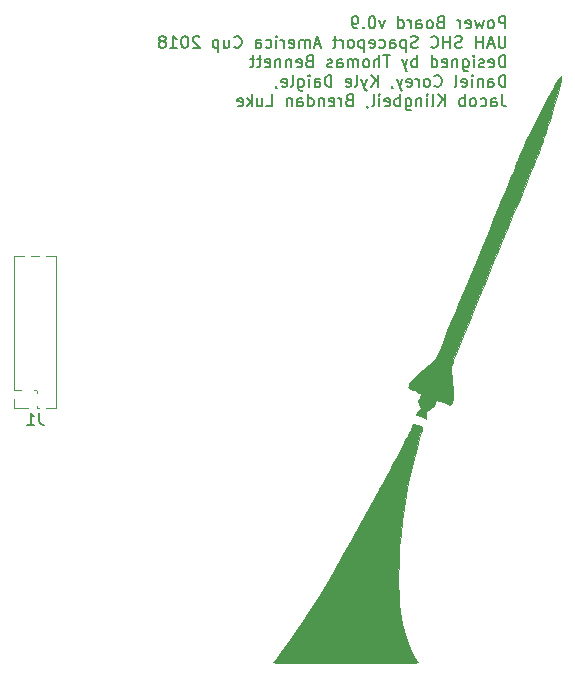
<source format=gbr>
G04 #@! TF.GenerationSoftware,KiCad,Pcbnew,(5.0.0-rc2-dev-185-g935a5ca)*
G04 #@! TF.CreationDate,2018-03-20T09:50:27-05:00*
G04 #@! TF.ProjectId,Power Board,506F77657220426F6172642E6B696361,rev?*
G04 #@! TF.SameCoordinates,Original*
G04 #@! TF.FileFunction,Legend,Bot*
G04 #@! TF.FilePolarity,Positive*
%FSLAX46Y46*%
G04 Gerber Fmt 4.6, Leading zero omitted, Abs format (unit mm)*
G04 Created by KiCad (PCBNEW (5.0.0-rc2-dev-185-g935a5ca)) date Tuesday, March 20, 2018 at 09:50:27 AM*
%MOMM*%
%LPD*%
G01*
G04 APERTURE LIST*
%ADD10C,0.150000*%
%ADD11C,0.120000*%
%ADD12C,0.010000*%
%ADD13O,1.050800X1.050800*%
%ADD14R,1.050800X1.050800*%
%ADD15R,1.650800X1.650800*%
%ADD16C,1.650800*%
%ADD17C,3.250800*%
G04 APERTURE END LIST*
D10*
X239440404Y-86560380D02*
X239440404Y-85560380D01*
X239059452Y-85560380D01*
X238964214Y-85608000D01*
X238916595Y-85655619D01*
X238868976Y-85750857D01*
X238868976Y-85893714D01*
X238916595Y-85988952D01*
X238964214Y-86036571D01*
X239059452Y-86084190D01*
X239440404Y-86084190D01*
X238297547Y-86560380D02*
X238392785Y-86512761D01*
X238440404Y-86465142D01*
X238488023Y-86369904D01*
X238488023Y-86084190D01*
X238440404Y-85988952D01*
X238392785Y-85941333D01*
X238297547Y-85893714D01*
X238154690Y-85893714D01*
X238059452Y-85941333D01*
X238011833Y-85988952D01*
X237964214Y-86084190D01*
X237964214Y-86369904D01*
X238011833Y-86465142D01*
X238059452Y-86512761D01*
X238154690Y-86560380D01*
X238297547Y-86560380D01*
X237630880Y-85893714D02*
X237440404Y-86560380D01*
X237249928Y-86084190D01*
X237059452Y-86560380D01*
X236868976Y-85893714D01*
X236107071Y-86512761D02*
X236202309Y-86560380D01*
X236392785Y-86560380D01*
X236488023Y-86512761D01*
X236535642Y-86417523D01*
X236535642Y-86036571D01*
X236488023Y-85941333D01*
X236392785Y-85893714D01*
X236202309Y-85893714D01*
X236107071Y-85941333D01*
X236059452Y-86036571D01*
X236059452Y-86131809D01*
X236535642Y-86227047D01*
X235630880Y-86560380D02*
X235630880Y-85893714D01*
X235630880Y-86084190D02*
X235583261Y-85988952D01*
X235535642Y-85941333D01*
X235440404Y-85893714D01*
X235345166Y-85893714D01*
X233916595Y-86036571D02*
X233773738Y-86084190D01*
X233726119Y-86131809D01*
X233678500Y-86227047D01*
X233678500Y-86369904D01*
X233726119Y-86465142D01*
X233773738Y-86512761D01*
X233868976Y-86560380D01*
X234249928Y-86560380D01*
X234249928Y-85560380D01*
X233916595Y-85560380D01*
X233821357Y-85608000D01*
X233773738Y-85655619D01*
X233726119Y-85750857D01*
X233726119Y-85846095D01*
X233773738Y-85941333D01*
X233821357Y-85988952D01*
X233916595Y-86036571D01*
X234249928Y-86036571D01*
X233107071Y-86560380D02*
X233202309Y-86512761D01*
X233249928Y-86465142D01*
X233297547Y-86369904D01*
X233297547Y-86084190D01*
X233249928Y-85988952D01*
X233202309Y-85941333D01*
X233107071Y-85893714D01*
X232964214Y-85893714D01*
X232868976Y-85941333D01*
X232821357Y-85988952D01*
X232773738Y-86084190D01*
X232773738Y-86369904D01*
X232821357Y-86465142D01*
X232868976Y-86512761D01*
X232964214Y-86560380D01*
X233107071Y-86560380D01*
X231916595Y-86560380D02*
X231916595Y-86036571D01*
X231964214Y-85941333D01*
X232059452Y-85893714D01*
X232249928Y-85893714D01*
X232345166Y-85941333D01*
X231916595Y-86512761D02*
X232011833Y-86560380D01*
X232249928Y-86560380D01*
X232345166Y-86512761D01*
X232392785Y-86417523D01*
X232392785Y-86322285D01*
X232345166Y-86227047D01*
X232249928Y-86179428D01*
X232011833Y-86179428D01*
X231916595Y-86131809D01*
X231440404Y-86560380D02*
X231440404Y-85893714D01*
X231440404Y-86084190D02*
X231392785Y-85988952D01*
X231345166Y-85941333D01*
X231249928Y-85893714D01*
X231154690Y-85893714D01*
X230392785Y-86560380D02*
X230392785Y-85560380D01*
X230392785Y-86512761D02*
X230488023Y-86560380D01*
X230678500Y-86560380D01*
X230773738Y-86512761D01*
X230821357Y-86465142D01*
X230868976Y-86369904D01*
X230868976Y-86084190D01*
X230821357Y-85988952D01*
X230773738Y-85941333D01*
X230678500Y-85893714D01*
X230488023Y-85893714D01*
X230392785Y-85941333D01*
X229249928Y-85893714D02*
X229011833Y-86560380D01*
X228773738Y-85893714D01*
X228202309Y-85560380D02*
X228107071Y-85560380D01*
X228011833Y-85608000D01*
X227964214Y-85655619D01*
X227916595Y-85750857D01*
X227868976Y-85941333D01*
X227868976Y-86179428D01*
X227916595Y-86369904D01*
X227964214Y-86465142D01*
X228011833Y-86512761D01*
X228107071Y-86560380D01*
X228202309Y-86560380D01*
X228297547Y-86512761D01*
X228345166Y-86465142D01*
X228392785Y-86369904D01*
X228440404Y-86179428D01*
X228440404Y-85941333D01*
X228392785Y-85750857D01*
X228345166Y-85655619D01*
X228297547Y-85608000D01*
X228202309Y-85560380D01*
X227440404Y-86465142D02*
X227392785Y-86512761D01*
X227440404Y-86560380D01*
X227488023Y-86512761D01*
X227440404Y-86465142D01*
X227440404Y-86560380D01*
X226916595Y-86560380D02*
X226726119Y-86560380D01*
X226630880Y-86512761D01*
X226583261Y-86465142D01*
X226488023Y-86322285D01*
X226440404Y-86131809D01*
X226440404Y-85750857D01*
X226488023Y-85655619D01*
X226535642Y-85608000D01*
X226630880Y-85560380D01*
X226821357Y-85560380D01*
X226916595Y-85608000D01*
X226964214Y-85655619D01*
X227011833Y-85750857D01*
X227011833Y-85988952D01*
X226964214Y-86084190D01*
X226916595Y-86131809D01*
X226821357Y-86179428D01*
X226630880Y-86179428D01*
X226535642Y-86131809D01*
X226488023Y-86084190D01*
X226440404Y-85988952D01*
X239440404Y-87210380D02*
X239440404Y-88019904D01*
X239392785Y-88115142D01*
X239345166Y-88162761D01*
X239249928Y-88210380D01*
X239059452Y-88210380D01*
X238964214Y-88162761D01*
X238916595Y-88115142D01*
X238868976Y-88019904D01*
X238868976Y-87210380D01*
X238440404Y-87924666D02*
X237964214Y-87924666D01*
X238535642Y-88210380D02*
X238202309Y-87210380D01*
X237868976Y-88210380D01*
X237535642Y-88210380D02*
X237535642Y-87210380D01*
X237535642Y-87686571D02*
X236964214Y-87686571D01*
X236964214Y-88210380D02*
X236964214Y-87210380D01*
X235773738Y-88162761D02*
X235630880Y-88210380D01*
X235392785Y-88210380D01*
X235297547Y-88162761D01*
X235249928Y-88115142D01*
X235202309Y-88019904D01*
X235202309Y-87924666D01*
X235249928Y-87829428D01*
X235297547Y-87781809D01*
X235392785Y-87734190D01*
X235583261Y-87686571D01*
X235678500Y-87638952D01*
X235726119Y-87591333D01*
X235773738Y-87496095D01*
X235773738Y-87400857D01*
X235726119Y-87305619D01*
X235678500Y-87258000D01*
X235583261Y-87210380D01*
X235345166Y-87210380D01*
X235202309Y-87258000D01*
X234773738Y-88210380D02*
X234773738Y-87210380D01*
X234773738Y-87686571D02*
X234202309Y-87686571D01*
X234202309Y-88210380D02*
X234202309Y-87210380D01*
X233154690Y-88115142D02*
X233202309Y-88162761D01*
X233345166Y-88210380D01*
X233440404Y-88210380D01*
X233583261Y-88162761D01*
X233678500Y-88067523D01*
X233726119Y-87972285D01*
X233773738Y-87781809D01*
X233773738Y-87638952D01*
X233726119Y-87448476D01*
X233678500Y-87353238D01*
X233583261Y-87258000D01*
X233440404Y-87210380D01*
X233345166Y-87210380D01*
X233202309Y-87258000D01*
X233154690Y-87305619D01*
X232011833Y-88162761D02*
X231868976Y-88210380D01*
X231630880Y-88210380D01*
X231535642Y-88162761D01*
X231488023Y-88115142D01*
X231440404Y-88019904D01*
X231440404Y-87924666D01*
X231488023Y-87829428D01*
X231535642Y-87781809D01*
X231630880Y-87734190D01*
X231821357Y-87686571D01*
X231916595Y-87638952D01*
X231964214Y-87591333D01*
X232011833Y-87496095D01*
X232011833Y-87400857D01*
X231964214Y-87305619D01*
X231916595Y-87258000D01*
X231821357Y-87210380D01*
X231583261Y-87210380D01*
X231440404Y-87258000D01*
X231011833Y-87543714D02*
X231011833Y-88543714D01*
X231011833Y-87591333D02*
X230916595Y-87543714D01*
X230726119Y-87543714D01*
X230630880Y-87591333D01*
X230583261Y-87638952D01*
X230535642Y-87734190D01*
X230535642Y-88019904D01*
X230583261Y-88115142D01*
X230630880Y-88162761D01*
X230726119Y-88210380D01*
X230916595Y-88210380D01*
X231011833Y-88162761D01*
X229678500Y-88210380D02*
X229678500Y-87686571D01*
X229726119Y-87591333D01*
X229821357Y-87543714D01*
X230011833Y-87543714D01*
X230107071Y-87591333D01*
X229678500Y-88162761D02*
X229773738Y-88210380D01*
X230011833Y-88210380D01*
X230107071Y-88162761D01*
X230154690Y-88067523D01*
X230154690Y-87972285D01*
X230107071Y-87877047D01*
X230011833Y-87829428D01*
X229773738Y-87829428D01*
X229678500Y-87781809D01*
X228773738Y-88162761D02*
X228868976Y-88210380D01*
X229059452Y-88210380D01*
X229154690Y-88162761D01*
X229202309Y-88115142D01*
X229249928Y-88019904D01*
X229249928Y-87734190D01*
X229202309Y-87638952D01*
X229154690Y-87591333D01*
X229059452Y-87543714D01*
X228868976Y-87543714D01*
X228773738Y-87591333D01*
X227964214Y-88162761D02*
X228059452Y-88210380D01*
X228249928Y-88210380D01*
X228345166Y-88162761D01*
X228392785Y-88067523D01*
X228392785Y-87686571D01*
X228345166Y-87591333D01*
X228249928Y-87543714D01*
X228059452Y-87543714D01*
X227964214Y-87591333D01*
X227916595Y-87686571D01*
X227916595Y-87781809D01*
X228392785Y-87877047D01*
X227488023Y-87543714D02*
X227488023Y-88543714D01*
X227488023Y-87591333D02*
X227392785Y-87543714D01*
X227202309Y-87543714D01*
X227107071Y-87591333D01*
X227059452Y-87638952D01*
X227011833Y-87734190D01*
X227011833Y-88019904D01*
X227059452Y-88115142D01*
X227107071Y-88162761D01*
X227202309Y-88210380D01*
X227392785Y-88210380D01*
X227488023Y-88162761D01*
X226440404Y-88210380D02*
X226535642Y-88162761D01*
X226583261Y-88115142D01*
X226630880Y-88019904D01*
X226630880Y-87734190D01*
X226583261Y-87638952D01*
X226535642Y-87591333D01*
X226440404Y-87543714D01*
X226297547Y-87543714D01*
X226202309Y-87591333D01*
X226154690Y-87638952D01*
X226107071Y-87734190D01*
X226107071Y-88019904D01*
X226154690Y-88115142D01*
X226202309Y-88162761D01*
X226297547Y-88210380D01*
X226440404Y-88210380D01*
X225678500Y-88210380D02*
X225678500Y-87543714D01*
X225678500Y-87734190D02*
X225630880Y-87638952D01*
X225583261Y-87591333D01*
X225488023Y-87543714D01*
X225392785Y-87543714D01*
X225202309Y-87543714D02*
X224821357Y-87543714D01*
X225059452Y-87210380D02*
X225059452Y-88067523D01*
X225011833Y-88162761D01*
X224916595Y-88210380D01*
X224821357Y-88210380D01*
X223773738Y-87924666D02*
X223297547Y-87924666D01*
X223868976Y-88210380D02*
X223535642Y-87210380D01*
X223202309Y-88210380D01*
X222868976Y-88210380D02*
X222868976Y-87543714D01*
X222868976Y-87638952D02*
X222821357Y-87591333D01*
X222726119Y-87543714D01*
X222583261Y-87543714D01*
X222488023Y-87591333D01*
X222440404Y-87686571D01*
X222440404Y-88210380D01*
X222440404Y-87686571D02*
X222392785Y-87591333D01*
X222297547Y-87543714D01*
X222154690Y-87543714D01*
X222059452Y-87591333D01*
X222011833Y-87686571D01*
X222011833Y-88210380D01*
X221154690Y-88162761D02*
X221249928Y-88210380D01*
X221440404Y-88210380D01*
X221535642Y-88162761D01*
X221583261Y-88067523D01*
X221583261Y-87686571D01*
X221535642Y-87591333D01*
X221440404Y-87543714D01*
X221249928Y-87543714D01*
X221154690Y-87591333D01*
X221107071Y-87686571D01*
X221107071Y-87781809D01*
X221583261Y-87877047D01*
X220678500Y-88210380D02*
X220678500Y-87543714D01*
X220678500Y-87734190D02*
X220630880Y-87638952D01*
X220583261Y-87591333D01*
X220488023Y-87543714D01*
X220392785Y-87543714D01*
X220059452Y-88210380D02*
X220059452Y-87543714D01*
X220059452Y-87210380D02*
X220107071Y-87258000D01*
X220059452Y-87305619D01*
X220011833Y-87258000D01*
X220059452Y-87210380D01*
X220059452Y-87305619D01*
X219154690Y-88162761D02*
X219249928Y-88210380D01*
X219440404Y-88210380D01*
X219535642Y-88162761D01*
X219583261Y-88115142D01*
X219630880Y-88019904D01*
X219630880Y-87734190D01*
X219583261Y-87638952D01*
X219535642Y-87591333D01*
X219440404Y-87543714D01*
X219249928Y-87543714D01*
X219154690Y-87591333D01*
X218297547Y-88210380D02*
X218297547Y-87686571D01*
X218345166Y-87591333D01*
X218440404Y-87543714D01*
X218630880Y-87543714D01*
X218726119Y-87591333D01*
X218297547Y-88162761D02*
X218392785Y-88210380D01*
X218630880Y-88210380D01*
X218726119Y-88162761D01*
X218773738Y-88067523D01*
X218773738Y-87972285D01*
X218726119Y-87877047D01*
X218630880Y-87829428D01*
X218392785Y-87829428D01*
X218297547Y-87781809D01*
X216488023Y-88115142D02*
X216535642Y-88162761D01*
X216678500Y-88210380D01*
X216773738Y-88210380D01*
X216916595Y-88162761D01*
X217011833Y-88067523D01*
X217059452Y-87972285D01*
X217107071Y-87781809D01*
X217107071Y-87638952D01*
X217059452Y-87448476D01*
X217011833Y-87353238D01*
X216916595Y-87258000D01*
X216773738Y-87210380D01*
X216678500Y-87210380D01*
X216535642Y-87258000D01*
X216488023Y-87305619D01*
X215630880Y-87543714D02*
X215630880Y-88210380D01*
X216059452Y-87543714D02*
X216059452Y-88067523D01*
X216011833Y-88162761D01*
X215916595Y-88210380D01*
X215773738Y-88210380D01*
X215678500Y-88162761D01*
X215630880Y-88115142D01*
X215154690Y-87543714D02*
X215154690Y-88543714D01*
X215154690Y-87591333D02*
X215059452Y-87543714D01*
X214868976Y-87543714D01*
X214773738Y-87591333D01*
X214726119Y-87638952D01*
X214678500Y-87734190D01*
X214678500Y-88019904D01*
X214726119Y-88115142D01*
X214773738Y-88162761D01*
X214868976Y-88210380D01*
X215059452Y-88210380D01*
X215154690Y-88162761D01*
X213535642Y-87305619D02*
X213488023Y-87258000D01*
X213392785Y-87210380D01*
X213154690Y-87210380D01*
X213059452Y-87258000D01*
X213011833Y-87305619D01*
X212964214Y-87400857D01*
X212964214Y-87496095D01*
X213011833Y-87638952D01*
X213583261Y-88210380D01*
X212964214Y-88210380D01*
X212345166Y-87210380D02*
X212249928Y-87210380D01*
X212154690Y-87258000D01*
X212107071Y-87305619D01*
X212059452Y-87400857D01*
X212011833Y-87591333D01*
X212011833Y-87829428D01*
X212059452Y-88019904D01*
X212107071Y-88115142D01*
X212154690Y-88162761D01*
X212249928Y-88210380D01*
X212345166Y-88210380D01*
X212440404Y-88162761D01*
X212488023Y-88115142D01*
X212535642Y-88019904D01*
X212583261Y-87829428D01*
X212583261Y-87591333D01*
X212535642Y-87400857D01*
X212488023Y-87305619D01*
X212440404Y-87258000D01*
X212345166Y-87210380D01*
X211059452Y-88210380D02*
X211630880Y-88210380D01*
X211345166Y-88210380D02*
X211345166Y-87210380D01*
X211440404Y-87353238D01*
X211535642Y-87448476D01*
X211630880Y-87496095D01*
X210488023Y-87638952D02*
X210583261Y-87591333D01*
X210630880Y-87543714D01*
X210678500Y-87448476D01*
X210678500Y-87400857D01*
X210630880Y-87305619D01*
X210583261Y-87258000D01*
X210488023Y-87210380D01*
X210297547Y-87210380D01*
X210202309Y-87258000D01*
X210154690Y-87305619D01*
X210107071Y-87400857D01*
X210107071Y-87448476D01*
X210154690Y-87543714D01*
X210202309Y-87591333D01*
X210297547Y-87638952D01*
X210488023Y-87638952D01*
X210583261Y-87686571D01*
X210630880Y-87734190D01*
X210678500Y-87829428D01*
X210678500Y-88019904D01*
X210630880Y-88115142D01*
X210583261Y-88162761D01*
X210488023Y-88210380D01*
X210297547Y-88210380D01*
X210202309Y-88162761D01*
X210154690Y-88115142D01*
X210107071Y-88019904D01*
X210107071Y-87829428D01*
X210154690Y-87734190D01*
X210202309Y-87686571D01*
X210297547Y-87638952D01*
X239440404Y-89860380D02*
X239440404Y-88860380D01*
X239202309Y-88860380D01*
X239059452Y-88908000D01*
X238964214Y-89003238D01*
X238916595Y-89098476D01*
X238868976Y-89288952D01*
X238868976Y-89431809D01*
X238916595Y-89622285D01*
X238964214Y-89717523D01*
X239059452Y-89812761D01*
X239202309Y-89860380D01*
X239440404Y-89860380D01*
X238059452Y-89812761D02*
X238154690Y-89860380D01*
X238345166Y-89860380D01*
X238440404Y-89812761D01*
X238488023Y-89717523D01*
X238488023Y-89336571D01*
X238440404Y-89241333D01*
X238345166Y-89193714D01*
X238154690Y-89193714D01*
X238059452Y-89241333D01*
X238011833Y-89336571D01*
X238011833Y-89431809D01*
X238488023Y-89527047D01*
X237630880Y-89812761D02*
X237535642Y-89860380D01*
X237345166Y-89860380D01*
X237249928Y-89812761D01*
X237202309Y-89717523D01*
X237202309Y-89669904D01*
X237249928Y-89574666D01*
X237345166Y-89527047D01*
X237488023Y-89527047D01*
X237583261Y-89479428D01*
X237630880Y-89384190D01*
X237630880Y-89336571D01*
X237583261Y-89241333D01*
X237488023Y-89193714D01*
X237345166Y-89193714D01*
X237249928Y-89241333D01*
X236773738Y-89860380D02*
X236773738Y-89193714D01*
X236773738Y-88860380D02*
X236821357Y-88908000D01*
X236773738Y-88955619D01*
X236726119Y-88908000D01*
X236773738Y-88860380D01*
X236773738Y-88955619D01*
X235868976Y-89193714D02*
X235868976Y-90003238D01*
X235916595Y-90098476D01*
X235964214Y-90146095D01*
X236059452Y-90193714D01*
X236202309Y-90193714D01*
X236297547Y-90146095D01*
X235868976Y-89812761D02*
X235964214Y-89860380D01*
X236154690Y-89860380D01*
X236249928Y-89812761D01*
X236297547Y-89765142D01*
X236345166Y-89669904D01*
X236345166Y-89384190D01*
X236297547Y-89288952D01*
X236249928Y-89241333D01*
X236154690Y-89193714D01*
X235964214Y-89193714D01*
X235868976Y-89241333D01*
X235392785Y-89193714D02*
X235392785Y-89860380D01*
X235392785Y-89288952D02*
X235345166Y-89241333D01*
X235249928Y-89193714D01*
X235107071Y-89193714D01*
X235011833Y-89241333D01*
X234964214Y-89336571D01*
X234964214Y-89860380D01*
X234107071Y-89812761D02*
X234202309Y-89860380D01*
X234392785Y-89860380D01*
X234488023Y-89812761D01*
X234535642Y-89717523D01*
X234535642Y-89336571D01*
X234488023Y-89241333D01*
X234392785Y-89193714D01*
X234202309Y-89193714D01*
X234107071Y-89241333D01*
X234059452Y-89336571D01*
X234059452Y-89431809D01*
X234535642Y-89527047D01*
X233202309Y-89860380D02*
X233202309Y-88860380D01*
X233202309Y-89812761D02*
X233297547Y-89860380D01*
X233488023Y-89860380D01*
X233583261Y-89812761D01*
X233630880Y-89765142D01*
X233678500Y-89669904D01*
X233678500Y-89384190D01*
X233630880Y-89288952D01*
X233583261Y-89241333D01*
X233488023Y-89193714D01*
X233297547Y-89193714D01*
X233202309Y-89241333D01*
X231964214Y-89860380D02*
X231964214Y-88860380D01*
X231964214Y-89241333D02*
X231868976Y-89193714D01*
X231678500Y-89193714D01*
X231583261Y-89241333D01*
X231535642Y-89288952D01*
X231488023Y-89384190D01*
X231488023Y-89669904D01*
X231535642Y-89765142D01*
X231583261Y-89812761D01*
X231678500Y-89860380D01*
X231868976Y-89860380D01*
X231964214Y-89812761D01*
X231154690Y-89193714D02*
X230916595Y-89860380D01*
X230678500Y-89193714D02*
X230916595Y-89860380D01*
X231011833Y-90098476D01*
X231059452Y-90146095D01*
X231154690Y-90193714D01*
X229678500Y-88860380D02*
X229107071Y-88860380D01*
X229392785Y-89860380D02*
X229392785Y-88860380D01*
X228773738Y-89860380D02*
X228773738Y-88860380D01*
X228345166Y-89860380D02*
X228345166Y-89336571D01*
X228392785Y-89241333D01*
X228488023Y-89193714D01*
X228630880Y-89193714D01*
X228726119Y-89241333D01*
X228773738Y-89288952D01*
X227726119Y-89860380D02*
X227821357Y-89812761D01*
X227868976Y-89765142D01*
X227916595Y-89669904D01*
X227916595Y-89384190D01*
X227868976Y-89288952D01*
X227821357Y-89241333D01*
X227726119Y-89193714D01*
X227583261Y-89193714D01*
X227488023Y-89241333D01*
X227440404Y-89288952D01*
X227392785Y-89384190D01*
X227392785Y-89669904D01*
X227440404Y-89765142D01*
X227488023Y-89812761D01*
X227583261Y-89860380D01*
X227726119Y-89860380D01*
X226964214Y-89860380D02*
X226964214Y-89193714D01*
X226964214Y-89288952D02*
X226916595Y-89241333D01*
X226821357Y-89193714D01*
X226678500Y-89193714D01*
X226583261Y-89241333D01*
X226535642Y-89336571D01*
X226535642Y-89860380D01*
X226535642Y-89336571D02*
X226488023Y-89241333D01*
X226392785Y-89193714D01*
X226249928Y-89193714D01*
X226154690Y-89241333D01*
X226107071Y-89336571D01*
X226107071Y-89860380D01*
X225202309Y-89860380D02*
X225202309Y-89336571D01*
X225249928Y-89241333D01*
X225345166Y-89193714D01*
X225535642Y-89193714D01*
X225630880Y-89241333D01*
X225202309Y-89812761D02*
X225297547Y-89860380D01*
X225535642Y-89860380D01*
X225630880Y-89812761D01*
X225678500Y-89717523D01*
X225678500Y-89622285D01*
X225630880Y-89527047D01*
X225535642Y-89479428D01*
X225297547Y-89479428D01*
X225202309Y-89431809D01*
X224773738Y-89812761D02*
X224678500Y-89860380D01*
X224488023Y-89860380D01*
X224392785Y-89812761D01*
X224345166Y-89717523D01*
X224345166Y-89669904D01*
X224392785Y-89574666D01*
X224488023Y-89527047D01*
X224630880Y-89527047D01*
X224726119Y-89479428D01*
X224773738Y-89384190D01*
X224773738Y-89336571D01*
X224726119Y-89241333D01*
X224630880Y-89193714D01*
X224488023Y-89193714D01*
X224392785Y-89241333D01*
X222821357Y-89336571D02*
X222678500Y-89384190D01*
X222630880Y-89431809D01*
X222583261Y-89527047D01*
X222583261Y-89669904D01*
X222630880Y-89765142D01*
X222678500Y-89812761D01*
X222773738Y-89860380D01*
X223154690Y-89860380D01*
X223154690Y-88860380D01*
X222821357Y-88860380D01*
X222726119Y-88908000D01*
X222678500Y-88955619D01*
X222630880Y-89050857D01*
X222630880Y-89146095D01*
X222678500Y-89241333D01*
X222726119Y-89288952D01*
X222821357Y-89336571D01*
X223154690Y-89336571D01*
X221773738Y-89812761D02*
X221868976Y-89860380D01*
X222059452Y-89860380D01*
X222154690Y-89812761D01*
X222202309Y-89717523D01*
X222202309Y-89336571D01*
X222154690Y-89241333D01*
X222059452Y-89193714D01*
X221868976Y-89193714D01*
X221773738Y-89241333D01*
X221726119Y-89336571D01*
X221726119Y-89431809D01*
X222202309Y-89527047D01*
X221297547Y-89193714D02*
X221297547Y-89860380D01*
X221297547Y-89288952D02*
X221249928Y-89241333D01*
X221154690Y-89193714D01*
X221011833Y-89193714D01*
X220916595Y-89241333D01*
X220868976Y-89336571D01*
X220868976Y-89860380D01*
X220392785Y-89193714D02*
X220392785Y-89860380D01*
X220392785Y-89288952D02*
X220345166Y-89241333D01*
X220249928Y-89193714D01*
X220107071Y-89193714D01*
X220011833Y-89241333D01*
X219964214Y-89336571D01*
X219964214Y-89860380D01*
X219107071Y-89812761D02*
X219202309Y-89860380D01*
X219392785Y-89860380D01*
X219488023Y-89812761D01*
X219535642Y-89717523D01*
X219535642Y-89336571D01*
X219488023Y-89241333D01*
X219392785Y-89193714D01*
X219202309Y-89193714D01*
X219107071Y-89241333D01*
X219059452Y-89336571D01*
X219059452Y-89431809D01*
X219535642Y-89527047D01*
X218773738Y-89193714D02*
X218392785Y-89193714D01*
X218630880Y-88860380D02*
X218630880Y-89717523D01*
X218583261Y-89812761D01*
X218488023Y-89860380D01*
X218392785Y-89860380D01*
X218202309Y-89193714D02*
X217821357Y-89193714D01*
X218059452Y-88860380D02*
X218059452Y-89717523D01*
X218011833Y-89812761D01*
X217916595Y-89860380D01*
X217821357Y-89860380D01*
X239440404Y-91510380D02*
X239440404Y-90510380D01*
X239202309Y-90510380D01*
X239059452Y-90558000D01*
X238964214Y-90653238D01*
X238916595Y-90748476D01*
X238868976Y-90938952D01*
X238868976Y-91081809D01*
X238916595Y-91272285D01*
X238964214Y-91367523D01*
X239059452Y-91462761D01*
X239202309Y-91510380D01*
X239440404Y-91510380D01*
X238011833Y-91510380D02*
X238011833Y-90986571D01*
X238059452Y-90891333D01*
X238154690Y-90843714D01*
X238345166Y-90843714D01*
X238440404Y-90891333D01*
X238011833Y-91462761D02*
X238107071Y-91510380D01*
X238345166Y-91510380D01*
X238440404Y-91462761D01*
X238488023Y-91367523D01*
X238488023Y-91272285D01*
X238440404Y-91177047D01*
X238345166Y-91129428D01*
X238107071Y-91129428D01*
X238011833Y-91081809D01*
X237535642Y-90843714D02*
X237535642Y-91510380D01*
X237535642Y-90938952D02*
X237488023Y-90891333D01*
X237392785Y-90843714D01*
X237249928Y-90843714D01*
X237154690Y-90891333D01*
X237107071Y-90986571D01*
X237107071Y-91510380D01*
X236630880Y-91510380D02*
X236630880Y-90843714D01*
X236630880Y-90510380D02*
X236678500Y-90558000D01*
X236630880Y-90605619D01*
X236583261Y-90558000D01*
X236630880Y-90510380D01*
X236630880Y-90605619D01*
X235773738Y-91462761D02*
X235868976Y-91510380D01*
X236059452Y-91510380D01*
X236154690Y-91462761D01*
X236202309Y-91367523D01*
X236202309Y-90986571D01*
X236154690Y-90891333D01*
X236059452Y-90843714D01*
X235868976Y-90843714D01*
X235773738Y-90891333D01*
X235726119Y-90986571D01*
X235726119Y-91081809D01*
X236202309Y-91177047D01*
X235154690Y-91510380D02*
X235249928Y-91462761D01*
X235297547Y-91367523D01*
X235297547Y-90510380D01*
X233440404Y-91415142D02*
X233488023Y-91462761D01*
X233630880Y-91510380D01*
X233726119Y-91510380D01*
X233868976Y-91462761D01*
X233964214Y-91367523D01*
X234011833Y-91272285D01*
X234059452Y-91081809D01*
X234059452Y-90938952D01*
X234011833Y-90748476D01*
X233964214Y-90653238D01*
X233868976Y-90558000D01*
X233726119Y-90510380D01*
X233630880Y-90510380D01*
X233488023Y-90558000D01*
X233440404Y-90605619D01*
X232868976Y-91510380D02*
X232964214Y-91462761D01*
X233011833Y-91415142D01*
X233059452Y-91319904D01*
X233059452Y-91034190D01*
X233011833Y-90938952D01*
X232964214Y-90891333D01*
X232868976Y-90843714D01*
X232726119Y-90843714D01*
X232630880Y-90891333D01*
X232583261Y-90938952D01*
X232535642Y-91034190D01*
X232535642Y-91319904D01*
X232583261Y-91415142D01*
X232630880Y-91462761D01*
X232726119Y-91510380D01*
X232868976Y-91510380D01*
X232107071Y-91510380D02*
X232107071Y-90843714D01*
X232107071Y-91034190D02*
X232059452Y-90938952D01*
X232011833Y-90891333D01*
X231916595Y-90843714D01*
X231821357Y-90843714D01*
X231107071Y-91462761D02*
X231202309Y-91510380D01*
X231392785Y-91510380D01*
X231488023Y-91462761D01*
X231535642Y-91367523D01*
X231535642Y-90986571D01*
X231488023Y-90891333D01*
X231392785Y-90843714D01*
X231202309Y-90843714D01*
X231107071Y-90891333D01*
X231059452Y-90986571D01*
X231059452Y-91081809D01*
X231535642Y-91177047D01*
X230726119Y-90843714D02*
X230488023Y-91510380D01*
X230249928Y-90843714D02*
X230488023Y-91510380D01*
X230583261Y-91748476D01*
X230630880Y-91796095D01*
X230726119Y-91843714D01*
X229821357Y-91462761D02*
X229821357Y-91510380D01*
X229868976Y-91605619D01*
X229916595Y-91653238D01*
X228630880Y-91510380D02*
X228630880Y-90510380D01*
X228059452Y-91510380D02*
X228488023Y-90938952D01*
X228059452Y-90510380D02*
X228630880Y-91081809D01*
X227726119Y-90843714D02*
X227488023Y-91510380D01*
X227249928Y-90843714D02*
X227488023Y-91510380D01*
X227583261Y-91748476D01*
X227630880Y-91796095D01*
X227726119Y-91843714D01*
X226726119Y-91510380D02*
X226821357Y-91462761D01*
X226868976Y-91367523D01*
X226868976Y-90510380D01*
X225964214Y-91462761D02*
X226059452Y-91510380D01*
X226249928Y-91510380D01*
X226345166Y-91462761D01*
X226392785Y-91367523D01*
X226392785Y-90986571D01*
X226345166Y-90891333D01*
X226249928Y-90843714D01*
X226059452Y-90843714D01*
X225964214Y-90891333D01*
X225916595Y-90986571D01*
X225916595Y-91081809D01*
X226392785Y-91177047D01*
X224726119Y-91510380D02*
X224726119Y-90510380D01*
X224488023Y-90510380D01*
X224345166Y-90558000D01*
X224249928Y-90653238D01*
X224202309Y-90748476D01*
X224154690Y-90938952D01*
X224154690Y-91081809D01*
X224202309Y-91272285D01*
X224249928Y-91367523D01*
X224345166Y-91462761D01*
X224488023Y-91510380D01*
X224726119Y-91510380D01*
X223297547Y-91510380D02*
X223297547Y-90986571D01*
X223345166Y-90891333D01*
X223440404Y-90843714D01*
X223630880Y-90843714D01*
X223726119Y-90891333D01*
X223297547Y-91462761D02*
X223392785Y-91510380D01*
X223630880Y-91510380D01*
X223726119Y-91462761D01*
X223773738Y-91367523D01*
X223773738Y-91272285D01*
X223726119Y-91177047D01*
X223630880Y-91129428D01*
X223392785Y-91129428D01*
X223297547Y-91081809D01*
X222821357Y-91510380D02*
X222821357Y-90843714D01*
X222821357Y-90510380D02*
X222868976Y-90558000D01*
X222821357Y-90605619D01*
X222773738Y-90558000D01*
X222821357Y-90510380D01*
X222821357Y-90605619D01*
X221916595Y-90843714D02*
X221916595Y-91653238D01*
X221964214Y-91748476D01*
X222011833Y-91796095D01*
X222107071Y-91843714D01*
X222249928Y-91843714D01*
X222345166Y-91796095D01*
X221916595Y-91462761D02*
X222011833Y-91510380D01*
X222202309Y-91510380D01*
X222297547Y-91462761D01*
X222345166Y-91415142D01*
X222392785Y-91319904D01*
X222392785Y-91034190D01*
X222345166Y-90938952D01*
X222297547Y-90891333D01*
X222202309Y-90843714D01*
X222011833Y-90843714D01*
X221916595Y-90891333D01*
X221297547Y-91510380D02*
X221392785Y-91462761D01*
X221440404Y-91367523D01*
X221440404Y-90510380D01*
X220535642Y-91462761D02*
X220630880Y-91510380D01*
X220821357Y-91510380D01*
X220916595Y-91462761D01*
X220964214Y-91367523D01*
X220964214Y-90986571D01*
X220916595Y-90891333D01*
X220821357Y-90843714D01*
X220630880Y-90843714D01*
X220535642Y-90891333D01*
X220488023Y-90986571D01*
X220488023Y-91081809D01*
X220964214Y-91177047D01*
X220011833Y-91462761D02*
X220011833Y-91510380D01*
X220059452Y-91605619D01*
X220107071Y-91653238D01*
X239154690Y-92160380D02*
X239154690Y-92874666D01*
X239202309Y-93017523D01*
X239297547Y-93112761D01*
X239440404Y-93160380D01*
X239535642Y-93160380D01*
X238249928Y-93160380D02*
X238249928Y-92636571D01*
X238297547Y-92541333D01*
X238392785Y-92493714D01*
X238583261Y-92493714D01*
X238678500Y-92541333D01*
X238249928Y-93112761D02*
X238345166Y-93160380D01*
X238583261Y-93160380D01*
X238678500Y-93112761D01*
X238726119Y-93017523D01*
X238726119Y-92922285D01*
X238678500Y-92827047D01*
X238583261Y-92779428D01*
X238345166Y-92779428D01*
X238249928Y-92731809D01*
X237345166Y-93112761D02*
X237440404Y-93160380D01*
X237630880Y-93160380D01*
X237726119Y-93112761D01*
X237773738Y-93065142D01*
X237821357Y-92969904D01*
X237821357Y-92684190D01*
X237773738Y-92588952D01*
X237726119Y-92541333D01*
X237630880Y-92493714D01*
X237440404Y-92493714D01*
X237345166Y-92541333D01*
X236773738Y-93160380D02*
X236868976Y-93112761D01*
X236916595Y-93065142D01*
X236964214Y-92969904D01*
X236964214Y-92684190D01*
X236916595Y-92588952D01*
X236868976Y-92541333D01*
X236773738Y-92493714D01*
X236630880Y-92493714D01*
X236535642Y-92541333D01*
X236488023Y-92588952D01*
X236440404Y-92684190D01*
X236440404Y-92969904D01*
X236488023Y-93065142D01*
X236535642Y-93112761D01*
X236630880Y-93160380D01*
X236773738Y-93160380D01*
X236011833Y-93160380D02*
X236011833Y-92160380D01*
X236011833Y-92541333D02*
X235916595Y-92493714D01*
X235726119Y-92493714D01*
X235630880Y-92541333D01*
X235583261Y-92588952D01*
X235535642Y-92684190D01*
X235535642Y-92969904D01*
X235583261Y-93065142D01*
X235630880Y-93112761D01*
X235726119Y-93160380D01*
X235916595Y-93160380D01*
X236011833Y-93112761D01*
X234345166Y-93160380D02*
X234345166Y-92160380D01*
X233773738Y-93160380D02*
X234202309Y-92588952D01*
X233773738Y-92160380D02*
X234345166Y-92731809D01*
X233202309Y-93160380D02*
X233297547Y-93112761D01*
X233345166Y-93017523D01*
X233345166Y-92160380D01*
X232821357Y-93160380D02*
X232821357Y-92493714D01*
X232821357Y-92160380D02*
X232868976Y-92208000D01*
X232821357Y-92255619D01*
X232773738Y-92208000D01*
X232821357Y-92160380D01*
X232821357Y-92255619D01*
X232345166Y-92493714D02*
X232345166Y-93160380D01*
X232345166Y-92588952D02*
X232297547Y-92541333D01*
X232202309Y-92493714D01*
X232059452Y-92493714D01*
X231964214Y-92541333D01*
X231916595Y-92636571D01*
X231916595Y-93160380D01*
X231011833Y-92493714D02*
X231011833Y-93303238D01*
X231059452Y-93398476D01*
X231107071Y-93446095D01*
X231202309Y-93493714D01*
X231345166Y-93493714D01*
X231440404Y-93446095D01*
X231011833Y-93112761D02*
X231107071Y-93160380D01*
X231297547Y-93160380D01*
X231392785Y-93112761D01*
X231440404Y-93065142D01*
X231488023Y-92969904D01*
X231488023Y-92684190D01*
X231440404Y-92588952D01*
X231392785Y-92541333D01*
X231297547Y-92493714D01*
X231107071Y-92493714D01*
X231011833Y-92541333D01*
X230535642Y-93160380D02*
X230535642Y-92160380D01*
X230535642Y-92541333D02*
X230440404Y-92493714D01*
X230249928Y-92493714D01*
X230154690Y-92541333D01*
X230107071Y-92588952D01*
X230059452Y-92684190D01*
X230059452Y-92969904D01*
X230107071Y-93065142D01*
X230154690Y-93112761D01*
X230249928Y-93160380D01*
X230440404Y-93160380D01*
X230535642Y-93112761D01*
X229249928Y-93112761D02*
X229345166Y-93160380D01*
X229535642Y-93160380D01*
X229630880Y-93112761D01*
X229678500Y-93017523D01*
X229678500Y-92636571D01*
X229630880Y-92541333D01*
X229535642Y-92493714D01*
X229345166Y-92493714D01*
X229249928Y-92541333D01*
X229202309Y-92636571D01*
X229202309Y-92731809D01*
X229678500Y-92827047D01*
X228773738Y-93160380D02*
X228773738Y-92493714D01*
X228773738Y-92160380D02*
X228821357Y-92208000D01*
X228773738Y-92255619D01*
X228726119Y-92208000D01*
X228773738Y-92160380D01*
X228773738Y-92255619D01*
X228154690Y-93160380D02*
X228249928Y-93112761D01*
X228297547Y-93017523D01*
X228297547Y-92160380D01*
X227726119Y-93112761D02*
X227726119Y-93160380D01*
X227773738Y-93255619D01*
X227821357Y-93303238D01*
X226202309Y-92636571D02*
X226059452Y-92684190D01*
X226011833Y-92731809D01*
X225964214Y-92827047D01*
X225964214Y-92969904D01*
X226011833Y-93065142D01*
X226059452Y-93112761D01*
X226154690Y-93160380D01*
X226535642Y-93160380D01*
X226535642Y-92160380D01*
X226202309Y-92160380D01*
X226107071Y-92208000D01*
X226059452Y-92255619D01*
X226011833Y-92350857D01*
X226011833Y-92446095D01*
X226059452Y-92541333D01*
X226107071Y-92588952D01*
X226202309Y-92636571D01*
X226535642Y-92636571D01*
X225535642Y-93160380D02*
X225535642Y-92493714D01*
X225535642Y-92684190D02*
X225488023Y-92588952D01*
X225440404Y-92541333D01*
X225345166Y-92493714D01*
X225249928Y-92493714D01*
X224535642Y-93112761D02*
X224630880Y-93160380D01*
X224821357Y-93160380D01*
X224916595Y-93112761D01*
X224964214Y-93017523D01*
X224964214Y-92636571D01*
X224916595Y-92541333D01*
X224821357Y-92493714D01*
X224630880Y-92493714D01*
X224535642Y-92541333D01*
X224488023Y-92636571D01*
X224488023Y-92731809D01*
X224964214Y-92827047D01*
X224059452Y-92493714D02*
X224059452Y-93160380D01*
X224059452Y-92588952D02*
X224011833Y-92541333D01*
X223916595Y-92493714D01*
X223773738Y-92493714D01*
X223678500Y-92541333D01*
X223630880Y-92636571D01*
X223630880Y-93160380D01*
X222726119Y-93160380D02*
X222726119Y-92160380D01*
X222726119Y-93112761D02*
X222821357Y-93160380D01*
X223011833Y-93160380D01*
X223107071Y-93112761D01*
X223154690Y-93065142D01*
X223202309Y-92969904D01*
X223202309Y-92684190D01*
X223154690Y-92588952D01*
X223107071Y-92541333D01*
X223011833Y-92493714D01*
X222821357Y-92493714D01*
X222726119Y-92541333D01*
X221821357Y-93160380D02*
X221821357Y-92636571D01*
X221868976Y-92541333D01*
X221964214Y-92493714D01*
X222154690Y-92493714D01*
X222249928Y-92541333D01*
X221821357Y-93112761D02*
X221916595Y-93160380D01*
X222154690Y-93160380D01*
X222249928Y-93112761D01*
X222297547Y-93017523D01*
X222297547Y-92922285D01*
X222249928Y-92827047D01*
X222154690Y-92779428D01*
X221916595Y-92779428D01*
X221821357Y-92731809D01*
X221345166Y-92493714D02*
X221345166Y-93160380D01*
X221345166Y-92588952D02*
X221297547Y-92541333D01*
X221202309Y-92493714D01*
X221059452Y-92493714D01*
X220964214Y-92541333D01*
X220916595Y-92636571D01*
X220916595Y-93160380D01*
X219202309Y-93160380D02*
X219678500Y-93160380D01*
X219678500Y-92160380D01*
X218440404Y-92493714D02*
X218440404Y-93160380D01*
X218868976Y-92493714D02*
X218868976Y-93017523D01*
X218821357Y-93112761D01*
X218726119Y-93160380D01*
X218583261Y-93160380D01*
X218488023Y-93112761D01*
X218440404Y-93065142D01*
X217964214Y-93160380D02*
X217964214Y-92160380D01*
X217868976Y-92779428D02*
X217583261Y-93160380D01*
X217583261Y-92493714D02*
X217964214Y-92874666D01*
X216773738Y-93112761D02*
X216868976Y-93160380D01*
X217059452Y-93160380D01*
X217154690Y-93112761D01*
X217202309Y-93017523D01*
X217202309Y-92636571D01*
X217154690Y-92541333D01*
X217059452Y-92493714D01*
X216868976Y-92493714D01*
X216773738Y-92541333D01*
X216726119Y-92636571D01*
X216726119Y-92731809D01*
X217202309Y-92827047D01*
D11*
X197879000Y-118743000D02*
X199009000Y-118743000D01*
X197879000Y-117983000D02*
X197879000Y-118743000D01*
X200586530Y-118678000D02*
X201409000Y-118678000D01*
X199769000Y-118678000D02*
X199971470Y-118678000D01*
X199769000Y-118546471D02*
X199769000Y-118678000D01*
X199769000Y-117276471D02*
X199769000Y-117419529D01*
X199572471Y-117223000D02*
X199715529Y-117223000D01*
X197879000Y-117223000D02*
X198445529Y-117223000D01*
X201409000Y-118678000D02*
X201409000Y-105858000D01*
X197879000Y-117223000D02*
X197879000Y-105858000D01*
X199316530Y-105858000D02*
X199971470Y-105858000D01*
X200586530Y-105858000D02*
X201409000Y-105858000D01*
X197879000Y-105858000D02*
X198701470Y-105858000D01*
D12*
G36*
X231419698Y-120532945D02*
X231318857Y-120743376D01*
X231171019Y-121040935D01*
X230982593Y-121413295D01*
X230759990Y-121848130D01*
X230509621Y-122333112D01*
X230237894Y-122855914D01*
X229951222Y-123404208D01*
X229656013Y-123965667D01*
X229358679Y-124527965D01*
X229065630Y-125078774D01*
X228783275Y-125605766D01*
X228739188Y-125687667D01*
X227942699Y-127154434D01*
X227160201Y-128571985D01*
X226394411Y-129935857D01*
X225648043Y-131241587D01*
X224923811Y-132484712D01*
X224224431Y-133660768D01*
X223552618Y-134765294D01*
X222911086Y-135793825D01*
X222302551Y-136741900D01*
X221729726Y-137605054D01*
X221195328Y-138378825D01*
X220702072Y-139058751D01*
X220252671Y-139640367D01*
X220247947Y-139646244D01*
X220074910Y-139863256D01*
X219930831Y-140047425D01*
X219828854Y-140181689D01*
X219782121Y-140248985D01*
X219780556Y-140253022D01*
X219835791Y-140256446D01*
X219996661Y-140259735D01*
X220255909Y-140262859D01*
X220606282Y-140265787D01*
X221040525Y-140268490D01*
X221551383Y-140270937D01*
X222131601Y-140273098D01*
X222773924Y-140274943D01*
X223471097Y-140276441D01*
X224215867Y-140277562D01*
X225000977Y-140278276D01*
X225819174Y-140278553D01*
X225904778Y-140278556D01*
X226725962Y-140278295D01*
X227514804Y-140277537D01*
X228264050Y-140276315D01*
X228966445Y-140274664D01*
X229614735Y-140272618D01*
X230201665Y-140270211D01*
X230719979Y-140267476D01*
X231162424Y-140264449D01*
X231521743Y-140261164D01*
X231790684Y-140257654D01*
X231961990Y-140253954D01*
X232028407Y-140250098D01*
X232029000Y-140249695D01*
X231999468Y-140192233D01*
X231921725Y-140068037D01*
X231812050Y-139903029D01*
X231802243Y-139888634D01*
X231463813Y-139310185D01*
X231169139Y-138630297D01*
X230918045Y-137848349D01*
X230710353Y-136963720D01*
X230545887Y-135975789D01*
X230446042Y-135118122D01*
X230421448Y-134774609D01*
X230403957Y-134340193D01*
X230393428Y-133836628D01*
X230389722Y-133285667D01*
X230392696Y-132709064D01*
X230402211Y-132128572D01*
X230418126Y-131565945D01*
X230440300Y-131042936D01*
X230468592Y-130581299D01*
X230476002Y-130485445D01*
X230576782Y-129415018D01*
X230706983Y-128315797D01*
X230863410Y-127204814D01*
X231042872Y-126099099D01*
X231242175Y-125015685D01*
X231458127Y-123971603D01*
X231687534Y-122983884D01*
X231927204Y-122069560D01*
X232173943Y-121245662D01*
X232253055Y-121006301D01*
X232327768Y-120778587D01*
X232385935Y-120587279D01*
X232419301Y-120460233D01*
X232424112Y-120428892D01*
X232375034Y-120357304D01*
X232248259Y-120270704D01*
X232074478Y-120185644D01*
X231884380Y-120118680D01*
X231818786Y-120102389D01*
X231636793Y-120063113D01*
X231419698Y-120532945D01*
X231419698Y-120532945D01*
G37*
X231419698Y-120532945D02*
X231318857Y-120743376D01*
X231171019Y-121040935D01*
X230982593Y-121413295D01*
X230759990Y-121848130D01*
X230509621Y-122333112D01*
X230237894Y-122855914D01*
X229951222Y-123404208D01*
X229656013Y-123965667D01*
X229358679Y-124527965D01*
X229065630Y-125078774D01*
X228783275Y-125605766D01*
X228739188Y-125687667D01*
X227942699Y-127154434D01*
X227160201Y-128571985D01*
X226394411Y-129935857D01*
X225648043Y-131241587D01*
X224923811Y-132484712D01*
X224224431Y-133660768D01*
X223552618Y-134765294D01*
X222911086Y-135793825D01*
X222302551Y-136741900D01*
X221729726Y-137605054D01*
X221195328Y-138378825D01*
X220702072Y-139058751D01*
X220252671Y-139640367D01*
X220247947Y-139646244D01*
X220074910Y-139863256D01*
X219930831Y-140047425D01*
X219828854Y-140181689D01*
X219782121Y-140248985D01*
X219780556Y-140253022D01*
X219835791Y-140256446D01*
X219996661Y-140259735D01*
X220255909Y-140262859D01*
X220606282Y-140265787D01*
X221040525Y-140268490D01*
X221551383Y-140270937D01*
X222131601Y-140273098D01*
X222773924Y-140274943D01*
X223471097Y-140276441D01*
X224215867Y-140277562D01*
X225000977Y-140278276D01*
X225819174Y-140278553D01*
X225904778Y-140278556D01*
X226725962Y-140278295D01*
X227514804Y-140277537D01*
X228264050Y-140276315D01*
X228966445Y-140274664D01*
X229614735Y-140272618D01*
X230201665Y-140270211D01*
X230719979Y-140267476D01*
X231162424Y-140264449D01*
X231521743Y-140261164D01*
X231790684Y-140257654D01*
X231961990Y-140253954D01*
X232028407Y-140250098D01*
X232029000Y-140249695D01*
X231999468Y-140192233D01*
X231921725Y-140068037D01*
X231812050Y-139903029D01*
X231802243Y-139888634D01*
X231463813Y-139310185D01*
X231169139Y-138630297D01*
X230918045Y-137848349D01*
X230710353Y-136963720D01*
X230545887Y-135975789D01*
X230446042Y-135118122D01*
X230421448Y-134774609D01*
X230403957Y-134340193D01*
X230393428Y-133836628D01*
X230389722Y-133285667D01*
X230392696Y-132709064D01*
X230402211Y-132128572D01*
X230418126Y-131565945D01*
X230440300Y-131042936D01*
X230468592Y-130581299D01*
X230476002Y-130485445D01*
X230576782Y-129415018D01*
X230706983Y-128315797D01*
X230863410Y-127204814D01*
X231042872Y-126099099D01*
X231242175Y-125015685D01*
X231458127Y-123971603D01*
X231687534Y-122983884D01*
X231927204Y-122069560D01*
X232173943Y-121245662D01*
X232253055Y-121006301D01*
X232327768Y-120778587D01*
X232385935Y-120587279D01*
X232419301Y-120460233D01*
X232424112Y-120428892D01*
X232375034Y-120357304D01*
X232248259Y-120270704D01*
X232074478Y-120185644D01*
X231884380Y-120118680D01*
X231818786Y-120102389D01*
X231636793Y-120063113D01*
X231419698Y-120532945D01*
G36*
X244096845Y-90656767D02*
X243988398Y-90798109D01*
X243841837Y-91021530D01*
X243662337Y-91317091D01*
X243455071Y-91674852D01*
X243225213Y-92084874D01*
X242977935Y-92537217D01*
X242718411Y-93021942D01*
X242451816Y-93529109D01*
X242183321Y-94048778D01*
X241918101Y-94571010D01*
X241661329Y-95085865D01*
X241418179Y-95583404D01*
X241193823Y-96053688D01*
X240993436Y-96486775D01*
X240822190Y-96872728D01*
X240685260Y-97201607D01*
X240587818Y-97463471D01*
X240577802Y-97493667D01*
X240548868Y-97568854D01*
X240479665Y-97741561D01*
X240373001Y-98004962D01*
X240231686Y-98352231D01*
X240058528Y-98776542D01*
X239856337Y-99271068D01*
X239627923Y-99828983D01*
X239376094Y-100443461D01*
X239103659Y-101107677D01*
X238813428Y-101814803D01*
X238508209Y-102558014D01*
X238190813Y-103330484D01*
X237864048Y-104125387D01*
X237530723Y-104935896D01*
X237193647Y-105755185D01*
X236855631Y-106576429D01*
X236519482Y-107392800D01*
X236188010Y-108197474D01*
X235864024Y-108983623D01*
X235550333Y-109744422D01*
X235249747Y-110473044D01*
X234965075Y-111162664D01*
X234699126Y-111806456D01*
X234454708Y-112397592D01*
X234234632Y-112929247D01*
X234041706Y-113394596D01*
X233878740Y-113786811D01*
X233748542Y-114099067D01*
X233653923Y-114324537D01*
X233597690Y-114456396D01*
X233588920Y-114476248D01*
X233529885Y-114549391D01*
X233396665Y-114682579D01*
X233202129Y-114863983D01*
X232959146Y-115081777D01*
X232680585Y-115324132D01*
X232489627Y-115486624D01*
X232152854Y-115772472D01*
X231892247Y-115998740D01*
X231696277Y-116176936D01*
X231553413Y-116318566D01*
X231452124Y-116435134D01*
X231380880Y-116538148D01*
X231328149Y-116639112D01*
X231322831Y-116650932D01*
X231255691Y-116813525D01*
X231216705Y-116930775D01*
X231212547Y-116968706D01*
X231268853Y-117001456D01*
X231407034Y-117066259D01*
X231604343Y-117152756D01*
X231770377Y-117222706D01*
X231994513Y-117321624D01*
X232173307Y-117411872D01*
X232284751Y-117481646D01*
X232310935Y-117512654D01*
X232290136Y-117599382D01*
X232236716Y-117748073D01*
X232196319Y-117846589D01*
X232081416Y-118114647D01*
X232313192Y-118800973D01*
X232086430Y-118989334D01*
X231958286Y-119103325D01*
X231876072Y-119190956D01*
X231859667Y-119220542D01*
X231908220Y-119260256D01*
X232036941Y-119327063D01*
X232220421Y-119408085D01*
X232268069Y-119427527D01*
X232468612Y-119508238D01*
X232629244Y-119573090D01*
X232720468Y-119610171D01*
X232727754Y-119613191D01*
X232750310Y-119574690D01*
X232753166Y-119446974D01*
X232740881Y-119297462D01*
X232702725Y-118960207D01*
X233039883Y-118780504D01*
X233231098Y-118663587D01*
X233366076Y-118551417D01*
X233415298Y-118480262D01*
X233464211Y-118342872D01*
X233528856Y-118179505D01*
X233529988Y-118176794D01*
X233606420Y-117993866D01*
X234158266Y-118212686D01*
X234392635Y-118303507D01*
X234590413Y-118376227D01*
X234726659Y-118421904D01*
X234772834Y-118433031D01*
X234825338Y-118385383D01*
X234895170Y-118260820D01*
X234946991Y-118138222D01*
X234984930Y-118033279D01*
X235011440Y-117938398D01*
X235026660Y-117834867D01*
X235030731Y-117703974D01*
X235023793Y-117527003D01*
X235005987Y-117285245D01*
X234977452Y-116959984D01*
X234957466Y-116741222D01*
X234925345Y-116375907D01*
X234897154Y-116026487D01*
X234874661Y-115717239D01*
X234859635Y-115472441D01*
X234853864Y-115319177D01*
X234855575Y-115272290D01*
X234862727Y-115216148D01*
X234877268Y-115145870D01*
X234901148Y-115056575D01*
X234936315Y-114943380D01*
X234984717Y-114801404D01*
X235048302Y-114625765D01*
X235129019Y-114411581D01*
X235228816Y-114153971D01*
X235349642Y-113848052D01*
X235493445Y-113488943D01*
X235662173Y-113071763D01*
X235857776Y-112591629D01*
X236082200Y-112043660D01*
X236337396Y-111422974D01*
X236625310Y-110724689D01*
X236947892Y-109943923D01*
X237307090Y-109075796D01*
X237704852Y-108115424D01*
X238143127Y-107057927D01*
X238356989Y-106542066D01*
X238835800Y-105387192D01*
X239273511Y-104331345D01*
X239672245Y-103369262D01*
X240034127Y-102495684D01*
X240361279Y-101705351D01*
X240655825Y-100993001D01*
X240919889Y-100353373D01*
X241155592Y-99781209D01*
X241365060Y-99271246D01*
X241550415Y-98818224D01*
X241713781Y-98416883D01*
X241857281Y-98061962D01*
X241983038Y-97748200D01*
X242093176Y-97470338D01*
X242189819Y-97223113D01*
X242275089Y-97001267D01*
X242351110Y-96799537D01*
X242420006Y-96612664D01*
X242483899Y-96435387D01*
X242544913Y-96262446D01*
X242605172Y-96088579D01*
X242666799Y-95908526D01*
X242731917Y-95717027D01*
X242761131Y-95631000D01*
X242986612Y-94957787D01*
X243199736Y-94303351D01*
X243398192Y-93675984D01*
X243579668Y-93083977D01*
X243741850Y-92535623D01*
X243882426Y-92039213D01*
X243999085Y-91603040D01*
X244089514Y-91235395D01*
X244151401Y-90944570D01*
X244182433Y-90738856D01*
X244180298Y-90626547D01*
X244162006Y-90607445D01*
X244096845Y-90656767D01*
X244096845Y-90656767D01*
G37*
X244096845Y-90656767D02*
X243988398Y-90798109D01*
X243841837Y-91021530D01*
X243662337Y-91317091D01*
X243455071Y-91674852D01*
X243225213Y-92084874D01*
X242977935Y-92537217D01*
X242718411Y-93021942D01*
X242451816Y-93529109D01*
X242183321Y-94048778D01*
X241918101Y-94571010D01*
X241661329Y-95085865D01*
X241418179Y-95583404D01*
X241193823Y-96053688D01*
X240993436Y-96486775D01*
X240822190Y-96872728D01*
X240685260Y-97201607D01*
X240587818Y-97463471D01*
X240577802Y-97493667D01*
X240548868Y-97568854D01*
X240479665Y-97741561D01*
X240373001Y-98004962D01*
X240231686Y-98352231D01*
X240058528Y-98776542D01*
X239856337Y-99271068D01*
X239627923Y-99828983D01*
X239376094Y-100443461D01*
X239103659Y-101107677D01*
X238813428Y-101814803D01*
X238508209Y-102558014D01*
X238190813Y-103330484D01*
X237864048Y-104125387D01*
X237530723Y-104935896D01*
X237193647Y-105755185D01*
X236855631Y-106576429D01*
X236519482Y-107392800D01*
X236188010Y-108197474D01*
X235864024Y-108983623D01*
X235550333Y-109744422D01*
X235249747Y-110473044D01*
X234965075Y-111162664D01*
X234699126Y-111806456D01*
X234454708Y-112397592D01*
X234234632Y-112929247D01*
X234041706Y-113394596D01*
X233878740Y-113786811D01*
X233748542Y-114099067D01*
X233653923Y-114324537D01*
X233597690Y-114456396D01*
X233588920Y-114476248D01*
X233529885Y-114549391D01*
X233396665Y-114682579D01*
X233202129Y-114863983D01*
X232959146Y-115081777D01*
X232680585Y-115324132D01*
X232489627Y-115486624D01*
X232152854Y-115772472D01*
X231892247Y-115998740D01*
X231696277Y-116176936D01*
X231553413Y-116318566D01*
X231452124Y-116435134D01*
X231380880Y-116538148D01*
X231328149Y-116639112D01*
X231322831Y-116650932D01*
X231255691Y-116813525D01*
X231216705Y-116930775D01*
X231212547Y-116968706D01*
X231268853Y-117001456D01*
X231407034Y-117066259D01*
X231604343Y-117152756D01*
X231770377Y-117222706D01*
X231994513Y-117321624D01*
X232173307Y-117411872D01*
X232284751Y-117481646D01*
X232310935Y-117512654D01*
X232290136Y-117599382D01*
X232236716Y-117748073D01*
X232196319Y-117846589D01*
X232081416Y-118114647D01*
X232313192Y-118800973D01*
X232086430Y-118989334D01*
X231958286Y-119103325D01*
X231876072Y-119190956D01*
X231859667Y-119220542D01*
X231908220Y-119260256D01*
X232036941Y-119327063D01*
X232220421Y-119408085D01*
X232268069Y-119427527D01*
X232468612Y-119508238D01*
X232629244Y-119573090D01*
X232720468Y-119610171D01*
X232727754Y-119613191D01*
X232750310Y-119574690D01*
X232753166Y-119446974D01*
X232740881Y-119297462D01*
X232702725Y-118960207D01*
X233039883Y-118780504D01*
X233231098Y-118663587D01*
X233366076Y-118551417D01*
X233415298Y-118480262D01*
X233464211Y-118342872D01*
X233528856Y-118179505D01*
X233529988Y-118176794D01*
X233606420Y-117993866D01*
X234158266Y-118212686D01*
X234392635Y-118303507D01*
X234590413Y-118376227D01*
X234726659Y-118421904D01*
X234772834Y-118433031D01*
X234825338Y-118385383D01*
X234895170Y-118260820D01*
X234946991Y-118138222D01*
X234984930Y-118033279D01*
X235011440Y-117938398D01*
X235026660Y-117834867D01*
X235030731Y-117703974D01*
X235023793Y-117527003D01*
X235005987Y-117285245D01*
X234977452Y-116959984D01*
X234957466Y-116741222D01*
X234925345Y-116375907D01*
X234897154Y-116026487D01*
X234874661Y-115717239D01*
X234859635Y-115472441D01*
X234853864Y-115319177D01*
X234855575Y-115272290D01*
X234862727Y-115216148D01*
X234877268Y-115145870D01*
X234901148Y-115056575D01*
X234936315Y-114943380D01*
X234984717Y-114801404D01*
X235048302Y-114625765D01*
X235129019Y-114411581D01*
X235228816Y-114153971D01*
X235349642Y-113848052D01*
X235493445Y-113488943D01*
X235662173Y-113071763D01*
X235857776Y-112591629D01*
X236082200Y-112043660D01*
X236337396Y-111422974D01*
X236625310Y-110724689D01*
X236947892Y-109943923D01*
X237307090Y-109075796D01*
X237704852Y-108115424D01*
X238143127Y-107057927D01*
X238356989Y-106542066D01*
X238835800Y-105387192D01*
X239273511Y-104331345D01*
X239672245Y-103369262D01*
X240034127Y-102495684D01*
X240361279Y-101705351D01*
X240655825Y-100993001D01*
X240919889Y-100353373D01*
X241155592Y-99781209D01*
X241365060Y-99271246D01*
X241550415Y-98818224D01*
X241713781Y-98416883D01*
X241857281Y-98061962D01*
X241983038Y-97748200D01*
X242093176Y-97470338D01*
X242189819Y-97223113D01*
X242275089Y-97001267D01*
X242351110Y-96799537D01*
X242420006Y-96612664D01*
X242483899Y-96435387D01*
X242544913Y-96262446D01*
X242605172Y-96088579D01*
X242666799Y-95908526D01*
X242731917Y-95717027D01*
X242761131Y-95631000D01*
X242986612Y-94957787D01*
X243199736Y-94303351D01*
X243398192Y-93675984D01*
X243579668Y-93083977D01*
X243741850Y-92535623D01*
X243882426Y-92039213D01*
X243999085Y-91603040D01*
X244089514Y-91235395D01*
X244151401Y-90944570D01*
X244182433Y-90738856D01*
X244180298Y-90626547D01*
X244162006Y-90607445D01*
X244096845Y-90656767D01*
D10*
X199977333Y-119130380D02*
X199977333Y-119844666D01*
X200024952Y-119987523D01*
X200120190Y-120082761D01*
X200263047Y-120130380D01*
X200358285Y-120130380D01*
X198977333Y-120130380D02*
X199548761Y-120130380D01*
X199263047Y-120130380D02*
X199263047Y-119130380D01*
X199358285Y-119273238D01*
X199453523Y-119368476D01*
X199548761Y-119416095D01*
%LPC*%
D13*
X200279000Y-106553000D03*
X199009000Y-106553000D03*
X200279000Y-107823000D03*
X199009000Y-107823000D03*
X200279000Y-109093000D03*
X199009000Y-109093000D03*
X200279000Y-110363000D03*
X199009000Y-110363000D03*
X200279000Y-111633000D03*
X199009000Y-111633000D03*
X200279000Y-112903000D03*
X199009000Y-112903000D03*
X200279000Y-114173000D03*
X199009000Y-114173000D03*
X200279000Y-115443000D03*
X199009000Y-115443000D03*
X200279000Y-116713000D03*
X199009000Y-116713000D03*
X200279000Y-117983000D03*
D14*
X199009000Y-117983000D03*
D15*
X204978000Y-101346000D03*
D16*
X208478000Y-101346000D03*
D17*
X200152000Y-87376000D03*
X247396000Y-87376000D03*
X200152000Y-137160000D03*
X247396000Y-137160000D03*
M02*

</source>
